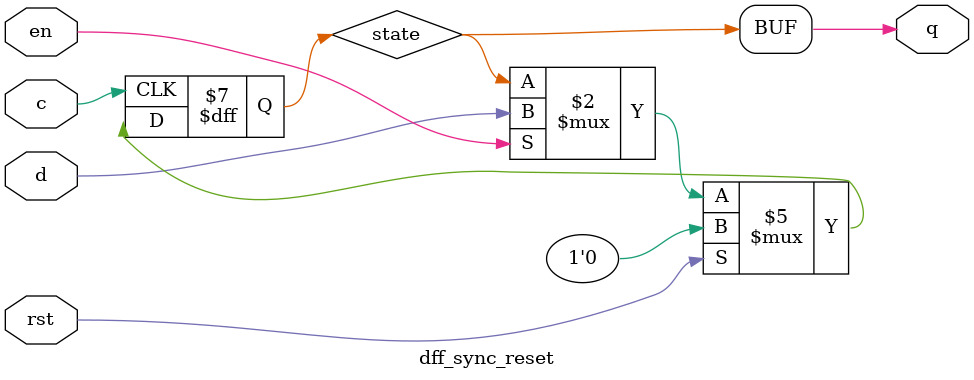
<source format=v>

module dff_sync_reset #(
    parameter bits = 1
)
(
    input c,                          // clock
    input en,                         // enable
    input rst,                        // sync active-high reset
    input [(bits - 1):0] d,           // data input
    output [(bits - 1):0] q           // data output
);

    reg [(bits - 1):0] state;

    assign q = state;

    // Sync reset: checked only at posedge of clock
    always @ (posedge c) begin
        if (rst)
            state <= {bits{1'b0}};
        else if (en)
            state <= d;
    end

endmodule

</source>
